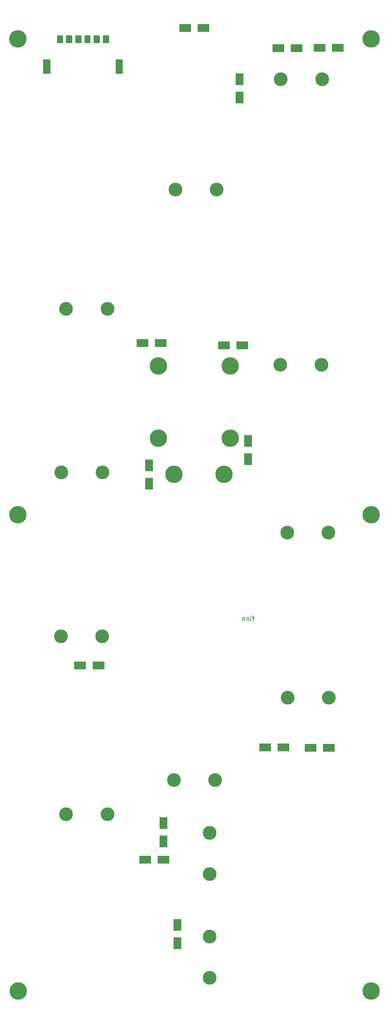
<source format=gts>
%TF.GenerationSoftware,KiCad,Pcbnew,8.0.4*%
%TF.CreationDate,2024-12-03T20:52:04-08:00*%
%TF.ProjectId,Stationary_X_Panel,53746174-696f-46e6-9172-795f585f5061,1c*%
%TF.SameCoordinates,Original*%
%TF.FileFunction,Soldermask,Top*%
%TF.FilePolarity,Negative*%
%FSLAX46Y46*%
G04 Gerber Fmt 4.6, Leading zero omitted, Abs format (unit mm)*
G04 Created by KiCad (PCBNEW 8.0.4) date 2024-12-03 20:52:04*
%MOMM*%
%LPD*%
G01*
G04 APERTURE LIST*
%ADD10C,0.150000*%
%ADD11C,0.010000*%
%ADD12C,2.600000*%
%ADD13C,3.800000*%
%ADD14C,3.000000*%
%ADD15R,2.500000X1.700000*%
%ADD16R,1.700000X2.500000*%
G04 APERTURE END LIST*
D10*
X82581077Y-151548152D02*
X82200125Y-151548152D01*
X82438220Y-152214819D02*
X82438220Y-151357676D01*
X82438220Y-151357676D02*
X82390601Y-151262438D01*
X82390601Y-151262438D02*
X82295363Y-151214819D01*
X82295363Y-151214819D02*
X82200125Y-151214819D01*
X81866791Y-152214819D02*
X81866791Y-151548152D01*
X81866791Y-151214819D02*
X81914410Y-151262438D01*
X81914410Y-151262438D02*
X81866791Y-151310057D01*
X81866791Y-151310057D02*
X81819172Y-151262438D01*
X81819172Y-151262438D02*
X81866791Y-151214819D01*
X81866791Y-151214819D02*
X81866791Y-151310057D01*
X81390601Y-151548152D02*
X81390601Y-152214819D01*
X81390601Y-151643390D02*
X81342982Y-151595771D01*
X81342982Y-151595771D02*
X81247744Y-151548152D01*
X81247744Y-151548152D02*
X81104887Y-151548152D01*
X81104887Y-151548152D02*
X81009649Y-151595771D01*
X81009649Y-151595771D02*
X80962030Y-151691009D01*
X80962030Y-151691009D02*
X80962030Y-152214819D01*
X80485839Y-151548152D02*
X80485839Y-152214819D01*
X80485839Y-151643390D02*
X80438220Y-151595771D01*
X80438220Y-151595771D02*
X80342982Y-151548152D01*
X80342982Y-151548152D02*
X80200125Y-151548152D01*
X80200125Y-151548152D02*
X80104887Y-151595771D01*
X80104887Y-151595771D02*
X80057268Y-151691009D01*
X80057268Y-151691009D02*
X80057268Y-152214819D01*
D11*
%TO.C,J2*%
X38056200Y-32926200D02*
X36553800Y-32926200D01*
X36553800Y-29873800D01*
X38056200Y-29873800D01*
X38056200Y-32926200D01*
G36*
X38056200Y-32926200D02*
G01*
X36553800Y-32926200D01*
X36553800Y-29873800D01*
X38056200Y-29873800D01*
X38056200Y-32926200D01*
G37*
X40826200Y-26226200D02*
X39573800Y-26226200D01*
X39573800Y-24623800D01*
X40826200Y-24623800D01*
X40826200Y-26226200D01*
G36*
X40826200Y-26226200D02*
G01*
X39573800Y-26226200D01*
X39573800Y-24623800D01*
X40826200Y-24623800D01*
X40826200Y-26226200D01*
G37*
X42826200Y-26226200D02*
X41573800Y-26226200D01*
X41573800Y-24623800D01*
X42826200Y-24623800D01*
X42826200Y-26226200D01*
G36*
X42826200Y-26226200D02*
G01*
X41573800Y-26226200D01*
X41573800Y-24623800D01*
X42826200Y-24623800D01*
X42826200Y-26226200D01*
G37*
X44826200Y-26226200D02*
X43573800Y-26226200D01*
X43573800Y-24623800D01*
X44826200Y-24623800D01*
X44826200Y-26226200D01*
G36*
X44826200Y-26226200D02*
G01*
X43573800Y-26226200D01*
X43573800Y-24623800D01*
X44826200Y-24623800D01*
X44826200Y-26226200D01*
G37*
X46826200Y-26226200D02*
X45573800Y-26226200D01*
X45573800Y-24623800D01*
X46826200Y-24623800D01*
X46826200Y-26226200D01*
G36*
X46826200Y-26226200D02*
G01*
X45573800Y-26226200D01*
X45573800Y-24623800D01*
X46826200Y-24623800D01*
X46826200Y-26226200D01*
G37*
X48826200Y-26226200D02*
X47573800Y-26226200D01*
X47573800Y-24623800D01*
X48826200Y-24623800D01*
X48826200Y-26226200D01*
G36*
X48826200Y-26226200D02*
G01*
X47573800Y-26226200D01*
X47573800Y-24623800D01*
X48826200Y-24623800D01*
X48826200Y-26226200D01*
G37*
X50826200Y-26226200D02*
X49573800Y-26226200D01*
X49573800Y-24623800D01*
X50826200Y-24623800D01*
X50826200Y-26226200D01*
G36*
X50826200Y-26226200D02*
G01*
X49573800Y-26226200D01*
X49573800Y-24623800D01*
X50826200Y-24623800D01*
X50826200Y-26226200D01*
G37*
X53846200Y-32926200D02*
X52343800Y-32926200D01*
X52343800Y-29873800D01*
X53846200Y-29873800D01*
X53846200Y-32926200D01*
G36*
X53846200Y-32926200D02*
G01*
X52343800Y-32926200D01*
X52343800Y-29873800D01*
X53846200Y-29873800D01*
X53846200Y-32926200D01*
G37*
%TD*%
D12*
%TO.C,H12*%
X108075000Y-129165000D03*
D13*
X108075000Y-129165000D03*
%TD*%
D14*
%TO.C,SC8*%
X97285000Y-96475000D03*
X88285000Y-96475000D03*
%TD*%
D15*
%TO.C,D14*%
X62198000Y-91694000D03*
X58198000Y-91694000D03*
%TD*%
D16*
%TO.C,D6*%
X65811000Y-222537000D03*
X65811000Y-218537000D03*
%TD*%
D14*
%TO.C,SC2*%
X50585000Y-84275000D03*
X41585000Y-84275000D03*
%TD*%
D15*
%TO.C,D4*%
X48635000Y-161995000D03*
X44635000Y-161995000D03*
%TD*%
%TO.C,D2*%
X71550000Y-23075000D03*
X67550000Y-23075000D03*
%TD*%
D12*
%TO.C,H8*%
X31095000Y-232915000D03*
D13*
X31095000Y-232915000D03*
%TD*%
D14*
%TO.C,SC1*%
X65395000Y-58275000D03*
X74395000Y-58275000D03*
%TD*%
%TO.C,SC12*%
X72915000Y-207435000D03*
X72915000Y-198435000D03*
%TD*%
%TO.C,SC11*%
X74075000Y-186925000D03*
X65075000Y-186925000D03*
%TD*%
D16*
%TO.C,D3*%
X59690000Y-118396000D03*
X59690000Y-122396000D03*
%TD*%
D15*
%TO.C,D11*%
X88985000Y-179835000D03*
X84985000Y-179835000D03*
%TD*%
%TO.C,D5*%
X58815000Y-204335000D03*
X62815000Y-204335000D03*
%TD*%
D14*
%TO.C,SC9*%
X98805000Y-132995000D03*
X89805000Y-132995000D03*
%TD*%
D12*
%TO.C,H9*%
X31075000Y-129155000D03*
D13*
X31075000Y-129155000D03*
%TD*%
D16*
%TO.C,D1*%
X79435000Y-34195000D03*
X79435000Y-38195000D03*
%TD*%
D12*
%TO.C,H3*%
X61666115Y-112421156D03*
D13*
X61666115Y-112421156D03*
%TD*%
D15*
%TO.C,D8*%
X75978000Y-92202000D03*
X79978000Y-92202000D03*
%TD*%
D14*
%TO.C,SC7*%
X88395000Y-34205000D03*
X97395000Y-34205000D03*
%TD*%
D12*
%TO.C,H10*%
X31085000Y-25415000D03*
D13*
X31085000Y-25415000D03*
%TD*%
D12*
%TO.C,H2*%
X76045000Y-120315000D03*
D13*
X76045000Y-120315000D03*
%TD*%
D14*
%TO.C,SC6*%
X72915000Y-230075000D03*
X72915000Y-221075000D03*
%TD*%
D12*
%TO.C,H5*%
X61666115Y-96723386D03*
D13*
X61666115Y-96723386D03*
%TD*%
D14*
%TO.C,SC5*%
X50565000Y-194405000D03*
X41565000Y-194405000D03*
%TD*%
D12*
%TO.C,H7*%
X108075000Y-232905000D03*
D13*
X108075000Y-232905000D03*
%TD*%
D12*
%TO.C,H4*%
X77363885Y-112421156D03*
D13*
X77363885Y-112421156D03*
%TD*%
D15*
%TO.C,D13*%
X87825000Y-27415000D03*
X91825000Y-27415000D03*
%TD*%
D16*
%TO.C,D9*%
X81265000Y-113025000D03*
X81265000Y-117025000D03*
%TD*%
%TO.C,D12*%
X62785000Y-200375000D03*
X62785000Y-196375000D03*
%TD*%
D12*
%TO.C,H11*%
X108095000Y-25405000D03*
D13*
X108095000Y-25405000D03*
%TD*%
D14*
%TO.C,SC4*%
X49435000Y-155595000D03*
X40435000Y-155595000D03*
%TD*%
%TO.C,SC3*%
X49515000Y-119875000D03*
X40515000Y-119875000D03*
%TD*%
D15*
%TO.C,D10*%
X98895000Y-179925000D03*
X94895000Y-179925000D03*
%TD*%
D14*
%TO.C,SC10*%
X98855000Y-169015000D03*
X89855000Y-169015000D03*
%TD*%
D12*
%TO.C,H6*%
X77363885Y-96723386D03*
D13*
X77363885Y-96723386D03*
%TD*%
D12*
%TO.C,H1*%
X65100000Y-120315000D03*
D13*
X65100000Y-120315000D03*
%TD*%
D15*
%TO.C,D7*%
X96835000Y-27325000D03*
X100835000Y-27325000D03*
%TD*%
M02*

</source>
